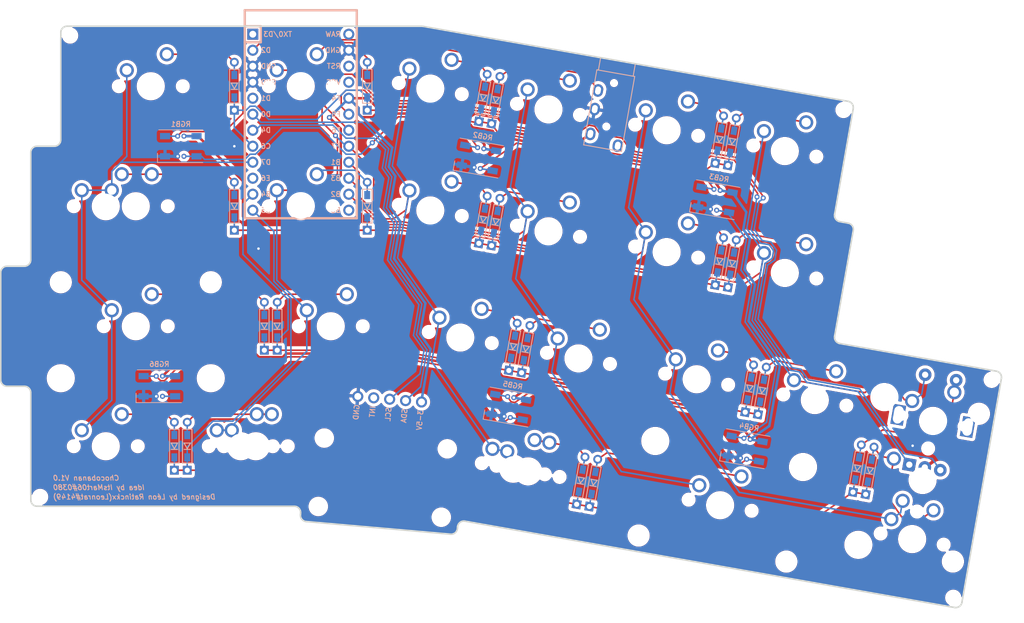
<source format=kicad_pcb>
(kicad_pcb (version 20221018) (generator pcbnew)
  (layers (0 "F.Cu" signal) (31 "B.Cu" signal) (34 "B.Paste" user) (35 "F.Paste" user) (36 "B.SilkS" user "B.Silkscreen") (37 "F.SilkS" user "F.Silkscreen") (38 "B.Mask" user) (39 "F.Mask" user) (44 "Edge.Cuts" user))
  (net 0 "")
  (net 1 "Net-(D1-A)")
  (net 2 "Net-(D2-A)")
  (net 3 "Net-(D3-A)")
  (net 4 "ROW2_L")
  (net 5 "Net-(D4-A)")
  (net 6 "Net-(D5-A)")
  (net 7 "Net-(D6-A)")
  (net 8 "Net-(D7-A)")
  (net 9 "Net-(D8-A)")
  (net 10 "Net-(D9-A)")
  (net 11 "Net-(D10-A)")
  (net 12 "Net-(D11-A)")
  (net 13 "Net-(D12-A)")
  (net 14 "Net-(D13-A)")
  (net 15 "Net-(D14-A)")
  (net 16 "Net-(D15-A)")
  (net 17 "Net-(D16-A)")
  (net 18 "Net-(D17-A)")
  (net 19 "Net-(D18-A)")
  (net 20 "Net-(D19-A)")
  (net 21 "Net-(D20-A)")
  (net 22 "Net-(D21-A)")
  (net 23 "Net-(D22-A)")
  (net 24 "RGB")
  (net 25 "Net-(D23-A)")
  (net 26 "Net-(RGB1-DOUT)")
  (net 27 "DATA")
  (net 28 "GND")
  (net 29 "VCC")
  (net 30 "ENC_A")
  (net 31 "Net-(RGB2-DOUT)")
  (net 32 "COL2")
  (net 33 "COL3")
  (net 34 "COL4")
  (net 35 "COL5")
  (net 36 "ENC_B")
  (net 37 "COL1")
  (net 38 "COL0")
  (net 39 "ROW0_L")
  (net 40 "ROW1_L")
  (net 41 "ROW3_L")
  (net 42 "SCL")
  (net 43 "Net-(RGB3-DOUT)")
  (net 44 "SDA")
  (net 45 "Net-(RGB4-DOUT)")
  (net 46 "Net-(RGB5-DOUT)")
  (net 47 "unconnected-(RGB6-DOUT-Pad2)")
  (net 51 "ENC_S_A")
  (footprint "kbd:D3_TH_SMD_only_back" (layer "F.Cu") (at 68.269079 62.616561 80)
    (fp_text reference "D12" hide)
    (fp_text value "D_Small" hide)
  )
  (footprint "MountingHole:MountingHole_2.1mm" (layer "F.Cu") (at -17.56783 65.19283)
    (fp_text reference "H2" hide)
    (fp_text value "MountingHole")
  )
  (footprint "kbd:D3_TH_SMD_only_back" (layer "F.Cu") (at 70.28498 62.972019 80)
    (fp_text reference "D16" hide)
    (fp_text value "D_Small" hide)
  )
  (footprint "MountingHole:MountingHole_2.1mm" (layer "F.Cu") (at 109.97082 3.771169)
    (fp_text reference "H3" hide)
    (fp_text value "MountingHole")
  )
  (footprint "MX_Only:MXOnly-1U-NoLED" (layer "F.Cu") (at 86.655468 46.514701 -10)
    (fp_text reference "MX19")
    (fp_text value "MX-NoLED")
  )
  (footprint "MX_Only:MXOnly-1.5U-NoLED" (layer "F.Cu") (at 0 0)
    (fp_text reference "MX1")
    (fp_text value "MX-NoLED")
  )
  (footprint "kbd:D3_TH_SMD_only_back" (layer "F.Cu") (at 92.281213 8.818917 80)
    (fp_text reference "D21" hide)
    (fp_text value "D_Small" hide)
  )
  (footprint "MX_Only:MXOnly-1U-NoLED" (layer "F.Cu") (at 44.371793 19.715071 -10)
    (fp_text reference "MX10")
    (fp_text value "MX-NoLED")
  )
  (footprint "MX_Only:MXOnly-2.25U-ReversedStabilizers-NoLED" (layer "F.Cu") (at 90.382691 66.515787 -10)
    (fp_text reference "MX16")
    (fp_text value "MX-NoLED")
  )
  (footprint "MX_Only:MXOnly-1U-NoLED" (layer "F.Cu") (at 59.896736 61.140291 -10)
    (fp_text reference "MX12.1")
    (fp_text value "MX-NoLED")
  )
  (footprint "MX_Only:MXOnly-1U-NoLED" (layer "F.Cu") (at 124.176644 53.130696 -10)
    (fp_text reference "MX24")
    (fp_text value "MX-NoLED")
  )
  (footprint "MX_Only:MXOnly-1U-NoLED" (layer "F.Cu") (at 49.134293 39.898705 -10)
    (fp_text reference "MX11")
    (fp_text value "MX-NoLED")
  )
  (footprint "MX_Only:MXOnly-1U-NoLED" (layer "F.Cu") (at 28.575 38.1)
    (fp_text reference "MX7")
    (fp_text value "MX-NoLED")
  )
  (footprint "kbd:D3_TH_SMD_only_back" (layer "F.Cu") (at 90.265311 8.463459 80)
    (fp_text reference "D17" hide)
    (fp_text value "D_Small" hide)
  )
  (footprint "kbd:D3_TH_SMD_only_back" (layer "F.Cu") (at 54.760037 21.546799 80)
    (fp_text reference "D14" hide)
    (fp_text value "D_Small" hide)
  )
  (footprint "MX_Only:MXOnly-1U-NoLED" (layer "F.Cu") (at 100.653556 10.295187 -10)
    (fp_text reference "MX21")
    (fp_text value "MX-NoLED")
  )
  (footprint "kbd:D3_TH_SMD_only_back" (layer "F.Cu") (at 97.043713 48.346428 80)
    (fp_text reference "D23" hide)
    (fp_text value "D_Small" hide)
  )
  (footprint "MX_Only:MXOnly-1U-NoLED" (layer "F.Cu") (at 63.13238 3.679192 -10)
    (fp_text reference "MX13")
    (fp_text value "MX-NoLED")
  )
  (footprint "kbd:D3_TH_SMD_only_back" (layer "F.Cu") (at 18.0265 38.1 90)
    (fp_text reference "D3" hide)
    (fp_text value "D_Small" hide)
  )
  (footprint "MX_Only:MXOnly-1U-NoLED" (layer "F.Cu") (at 67.89488 43.206703 -10)
    (fp_text reference "MX15")
    (fp_text value "MX-NoLED")
  )
  (footprint "kbd:D3_TH_SMD_only_back" (layer "F.Cu") (at 3.739 57.15 90)
    (fp_text reference "D4" hide)
    (fp_text value "D_Small" hide)
  )
  (footprint "MountingHole:MountingHole_2.1mm" (layer "F.Cu") (at 127.392664 81.208548)
    (fp_text reference "H5" hide)
    (fp_text value "MountingHole")
  )
  (footprint "MountingHole:MountingHole_2.1mm" (layer "F.Cu") (at -12.80533 -8.04283)
    (fp_text reference "H1" hide)
    (fp_text value "MountingHole")
  )
  (footprint "kbd:D3_TH_SMD_only_back" (layer "F.Cu") (at 34.361 0 90)
    (fp_text reference "D5" hide)
    (fp_text value "D_Small" hide)
  )
  (footprint "MountingHole:MountingHole_2.1mm" (layer "F.Cu") (at 133.493908 46.606678)
    (fp_text reference "H4" hide)
    (fp_text value "MountingHole")
  )
  (footprint "MX_Only:MXOnly-1U-NoLED" (layer "F.Cu") (at 120.868646 71.891284 -10)
    (fp_text reference "MX20")
    (fp_text value "MX-NoLED")
  )
  (footprint "kbd:D3_TH_SMD_only_back" (layer "F.Cu") (at 52.744136 21.191341 80)
    (fp_text reference "D10" hide)
    (fp_text value "D_Small" hide)
  )
  (footprint "MX_Only:MXOnly-1U-NoLED" (layer "F.Cu") (at 105.416056 49.822698 -10)
    (fp_text reference "MX23")
    (fp_text value "MX-NoLED")
  )
  (footprint "Custom_footprints_Léon:ArduinoProMicro_centered" (layer "F.Cu") (at 23.8125 4.445)
    (fp_text reference "U1" hide)
    (fp_text value "ProMicro" hide)
  )
  (footprint "MX_Only:MXOnly-1.25U-NoLED" (layer "F.Cu") (at 16.66875 57.15)
    (fp_text reference "MX8")
    (fp_text value "MX-NoLED")
  )
  (footprint "kbd:D3_TH_SMD_only_back" (layer "F.Cu") (at 20.0735 38.1 90)
    (fp_text reference "D7" hide)
    (fp_text value "D_Small" hide)
  )
  (footprint "MX_Only:MXOnly-1.75U-NoLED" (layer "F.Cu") (at -2.38125 19.05)
    (fp_text reference "MX2")
    (fp_text value "MX-NoLED")
  )
  (footprint "kbd:D3_TH_SMD_only_back" (layer "F.Cu") (at 59.522537 41.730433 80)
    (fp_text reference "D15" hide)
    (fp_text value "D_Small" hide)
  )
  (footprint "kbd:D3_TH_SMD_only_back" (layer "F.Cu") (at 112.1344 60.679262 80)
    (fp_text reference "D24" hide)
    (fp_text value "D_Small" hide)
  )
  (footprint "MX_Only:MXOnly-2.25U-NoLED" (layer "F.Cu") (at -2.38125 38.1)
    (fp_text reference "MX3")
    (fp_text value "MX-NoLED")
  )
  (footprint "MX_Only:MXOnly-1.25U-NoLED" (layer "F.Cu") (at -7.14375 19.05)
    (fp_text reference "MX2.1")
    (fp_text value "MX-NoLED")
  )
  (footprint "kbd:D3_TH_SMD_only_back" (layer "F.Cu") (at 34.361 19.05 90)
    (fp_text reference "D6" hide)
    (fp_text value "D_Small" hide)
  )
  (footprint "MX_Only:MXOnly-2U-ReversedStabilizers-NoLED" (layer "F.Cu") (at 122.522645 62.51099 80)
    (fp_text reference "MX20.1")
    (fp_text value "MX-NoLED")
  )
  (footprint "kbd:D3_TH_SMD_only_back" (layer "F.Cu") (at 92.281213 28.162794 80)
    (fp_text reference "D22" hide)
    (fp_text value "D_Small" hide)
  )
  (footprint "MX_Only:MXOnly-1U-NoLED" (layer "F.Cu") (at 23.8125 0)
    (fp_text reference "MX5")
    (fp_text value "MX-NoLED")
  )
  (footprint "MX_Only:MXOnly-1.25U-NoLED" (layer "F.Cu") (at -7.14375 57.15)
    (fp_text reference "MX4")
    (fp_text value "MX-NoLED")
  )
  (footprint "MX_Only:MXOnly-1U-NoLED" (layer "F.Cu") (at 81.892968 6.987189 -10)
    (fp_text reference "MX17")
    (fp_text value "MX-NoLED")
  )
  (footprint "MX_Only:MXOnly-1U-NoLED" (layer "F.Cu") (at 44.371793 0.371194 -10)
    (fp_text reference "MX9")
    (fp_text value "MX-NoLED")
  )
  (footprint "MX_Only:MXOnly-1U-NoLED" (layer "F.Cu") (at 63.13238 23.023069 -10)
    (fp_text reference "MX14")
    (fp_text value "MX-NoLED")
  )
  (footprint "kbd:D3_TH_SMD_only_back" (layer "F.Cu") (at 57.506636 41.374975 80)
    (fp_text reference "D11" hide)
    (fp_text value "D_Small" hide)
  )
  (footprint "MX_Only:MXOnly-1U-NoLED" (layer "F.Cu") (at 100.653556 29.639064 -10)
    (fp_text reference "MX22")
    (fp_text value "MX-NoLED")
  )
  (footprint "kbd:D3_TH_SMD_only_back" (layer "F.Cu") (at 90.265311 27.807336 80)
    (fp_text reference "D18" hide)
    (fp_text value "D_Small" hide)
  )
  (footprint "Custom_footprints_Léon:RotaryEncoder_EC11_Switch" (layer "F.Cu") (at 124.176644 53.130696 80)
    (fp_text reference "SW1" hide)
    (fp_text value "RotaryEncoder_Switch")
  )
  (footprint "MX_Only:MXOnly-1U-NoLED" (layer "F.Cu") (at 14.2875 57.15)
    (fp_text reference "MX8.1")
    (fp_text value "MX-NoLED")
  )
  (footprint "kbd:D3_TH_SMD_only_back" (layer "F.Cu") (at 52.744136 1.847464 80)
    (fp_text reference "D9" hide)
    (fp_text value "D_Small" hide)
  )
  (footprint "kbd:D3_TH_SMD_only_back" (layer "F.Cu") (at 5.786 57.15 90)
    (fp_text reference "D8" hide)
    (fp_text value "D_Small" hide)
  )
  (footprint "MX_Only:MXOnly-1U-NoLED" (layer "F.Cu") (at 23.8125 19.05)
    (fp_text reference "MX6")
    (fp_text value "MX-NoLED")
  )
  (footprint "kbd:D3_TH_SMD_only_back" (layer "F.Cu") (at 13.264 19.05 90)
    (fp_text reference "D2" hide)
    (fp_text value "D_Small" hide)
  )
  (footprint "kbd:D3_TH_SMD_only_back" (layer "F.Cu") (at 114.150302 61.03472 80)
    (fp_text reference "D20" hide)
    (fp_text value "D_Small" hide)
  )
  (footprint "kbd:D3_TH_SMD_only_back" (layer "F.Cu") (at 54.760037 2.202922 80)
    (fp_text reference "D13" hide)
    (fp_text value "D_Small" hide)
  )
  (footprint "MX_Only:MXOnly-1U-NoLED" (layer "F.Cu") (at 81.892968 26.331066 -10)
    (fp_text reference "MX18")
    (fp_text value "MX-NoLED")
  )
  (footprint "kbd:D3_TH_SMD_only_back" (layer "F.Cu") (at 13.264 0 90)
    (fp_text reference "D1" hide)
    (fp_text value "D_Small" hide)
  )
  (footprint "MX_Only:MXOnly-1.25U-NoLED" (layer "F.Cu") (at 57.551662 60.726791 -10)
    (fp_text reference "MX12")
    (fp_text value "MX-NoLED")
  )
  (footprint "Custom_footprints_Léon:Pimoroni_trackpoint" (layer "F.Cu") (at 36.830256 62.138238 175)
    (fp_text reference "U3" hide)
    (fp_text value "Pimoroni_trackpoint")
  )
  (footprint "kbd:D3_TH_SMD_only_back" (layer "F.Cu") (at 95.027811 47.990971 80)
    (fp_text reference "D19" hide)
    (fp_text value "D_Small" hide)
  )
  (footprint "kbd:LED_WS2812B-PLCC4" (layer "B.Cu") (at 1.361625 47.625 180)
    (fp_text reference "RGB6")
    (fp_text value "WS2812B")
  )
  (footprint "kbd:LED_WS2812B-PLCC4" (layer "B.Cu") (at 56.860588 50.932998 170)
    (fp_text reference "RGB5")
    (fp_text value "WS2812B")
  )
  (footprint "keebio-parts:TRRS-PJ-320A" (layer "B.Cu") (at 72.942454 2.895791 170)
    (fp_text reference "U2")
    (fp_text value "TRRS")
  )
  (footprint "kbd:LED_WS2812B-PLCC4" (layer "B.Cu") (at 89.619263 18.021482 170)
    (fp_text reference "RGB3")
    (fp_text value "WS2812B")
  )
  (footprint "kbd:LED_WS2812B-PLCC4" (layer "B.Cu") (at 4.7625 9.525 180)
    (fp_text reference "RGB1")
    (fp_text value "WS2812B")
  )
  (footprint "kbd:LED_WS2812B-PLCC4" (layer "B.Cu") (at 94.381763 57.548993 170)
    (fp_text reference "RGB4")
    (fp_text value "WS2812B")
  )
  (footprint "kbd:LED_WS2812B-PLCC4" (layer "B.Cu") (at 52.098088 11.405487 170)
    (fp_text reference "RGB2")
    (fp_text value "WS2812B")
  )
  (gr_line (start 135.037288 46.389209) (end 128.768589 81.940769) (stroke (width 0.25)) (layer "Edge.Cuts"))
  (gr_line (start -14.2875 8.525) (end -14.2875 -8.525) (stroke (width 0.25)) (layer "Edge.Cuts"))
  (gr_line (start -13.2875 -9.525) (end 43.012488 -9.525) (stroke (width 0.25)) (layer "Edge.Cuts"))
  (gr_arc (start -23.8125 29.575) (mid -23.519607 28.867893) (end -22.8125 28.575) (stroke (width 0.25)) (layer "Edge.Cuts"))
  (gr_arc (start 134.226129 45.230753) (mid 134.871664 45.641978) (end 135.037288 46.389209) (stroke (width 0.25)) (layer "Edge.Cuts"))
  (gr_line (start -22.8125 28.575) (end -20.05 28.575) (stroke (width 0.25)) (layer "Edge.Cuts"))
  (gr_line (start -20.05 47.625) (end -22.8125 47.625) (stroke (width 0.25)) (layer "Edge.Cuts"))
  (gr_line (start -19.05 65.675) (end -19.05 48.625) (stroke (width 0.25)) (layer "Edge.Cuts"))
  (gr_arc (start 110.703041 21.739121) (mid 111.348536 22.150352) (end 111.5142 22.897577) (stroke (width 0.25)) (layer "Edge.Cuts"))
  (gr_arc (start 22.794284 66.675) (mid 23.531572 66.999404) (end 23.790479 67.762156) (stroke (width 0.25)) (layer "Edge.Cuts"))
  (gr_arc (start 24.676771 69.105505) (mid 23.997861 68.752106) (end 23.767732 68.022154) (stroke (width 0.25)) (layer "Edge.Cuts"))
  (gr_arc (start 43.012488 -9.525) (mid 43.099644 -9.521196) (end 43.186137 -9.509808) (stroke (width 0.25)) (layer "Edge.Cuts"))
  (gr_line (start 22.794284 66.675) (end -18.05 66.675) (stroke (width 0.25)) (layer "Edge.Cuts"))
  (gr_arc (start 128.768589 81.940769) (mid 128.357352 82.586251) (end 127.610133 82.751928) (stroke (width 0.25)) (layer "Edge.Cuts"))
  (gr_arc (start 48.6726 70.201048) (mid 48.319195 70.879944) (end 47.589249 71.110087) (stroke (width 0.25)) (layer "Edge.Cuts"))
  (gr_line (start -19.05 27.575) (end -19.05 10.525) (stroke (width 0.25)) (layer "Edge.Cuts"))
  (gr_arc (start 110.703041 2.395244) (mid 111.348572 2.806472) (end 111.5142 3.5537) (stroke (width 0.25)) (layer "Edge.Cuts"))
  (gr_arc (start 109.364659 21.503128) (mid 108.719141 21.091899) (end 108.553499 20.344672) (stroke (width 0.25)) (layer "Edge.Cuts"))
  (gr_line (start 24.676771 69.105505) (end 47.589249 71.110087) (stroke (width 0.25)) (layer "Edge.Cuts"))
  (gr_line (start 111.5142 3.5537) (end 108.553499 20.344672) (stroke (width 0.25)) (layer "Edge.Cuts"))
  (gr_arc (start -14.2875 8.525) (mid -14.580393 9.232107) (end -15.2875 9.525) (stroke (width 0.25)) (layer "Edge.Cuts"))
  (gr_line (start 109.364659 40.847005) (end 134.226129 45.230753) (stroke (width 0.25)) (layer "Edge.Cuts"))
  (gr_arc (start 109.364659 40.847005) (mid 108.719152 40.435775) (end 108.553499 39.688549) (stroke (width 0.25)) (layer "Edge.Cuts"))
  (gr_line (start 127.610133 82.751928) (end 49.86519 69.043397) (stroke (width 0.25)) (layer "Edge.Cuts"))
  (gr_arc (start -19.05 10.525) (mid -18.757107 9.817893) (end -18.05 9.525) (stroke (width 0.25)) (layer "Edge.Cuts"))
  (gr_line (start -23.8125 46.625) (end -23.8125 29.575) (stroke (width 0.25)) (layer "Edge.Cuts"))
  (gr_arc (start -20.05 47.625) (mid -19.342893 47.917893) (end -19.05 48.625) (stroke (width 0.25)) (layer "Edge.Cuts"))
  (gr_line (start -18.05 9.525) (end -15.2875 9.525) (stroke (width 0.25)) (layer "Edge.Cuts"))
  (gr_arc (start -22.8125 47.625) (mid -23.519607 47.332107) (end -23.8125 46.625) (stroke (width 0.25)) (layer "Edge.Cuts"))
  (gr_line (start 23.790479 67.762156) (end 23.767732 68.022154) (stroke (width 0.25)) (layer "Edge.Cuts"))
  (gr_line (start 48.695347 69.941049) (end 48.6726 70.201048) (stroke (width 0.25)) (layer "Edge.Cuts"))
  (gr_arc (start -14.2875 -8.525) (mid -13.994607 -9.232107) (end -13.2875 -9.525) (stroke (width 0.25)) (layer "Edge.Cuts"))
  (gr_arc (start -18.05 66.675) (mid -18.757107 66.382107) (end -19.05 65.675) (stroke (width 0.25)) (layer "Edge.Cuts"))
  (gr_line (start 43.186137 -9.509808) (end 110.703041 2.395244) (stroke (width 0.25)) (layer "Edge.Cuts"))
  (gr_line (start 109.364659 21.503128) (end 110.703041 21.739121) (stroke (width 0.25)) (layer "Edge.Cuts"))
  (gr_arc (start 48.695347 69.941049) (mid 49.08278 69.234867) (end 49.86519 69.043397) (stroke (width 0.25)) (layer "Edge.Cuts"))
  (gr_line (start 111.5142 22.897577) (end 108.553499 39.688549) (stroke (width 0.25)) (layer "Edge.Cuts"))
  (gr_arc (start -19.05 27.575) (mid -19.342893 28.282107) (end -20.05 28.575) (stroke (width 0.25)) (layer "Edge.Cuts"))
  (gr_text "Designed by Léon Ratinckx(Leonrat#4149)" (at -15.56783 65.19283) (layer "B.SilkS") (effects (font (size 0.8 0.8) (thickness 0.15) italic) (justify right mirror)))
  (gr_text "Idea by ItsMart06#0380" (at -15.56783 63.69283) (layer "B.SilkS") (effects (font (size 0.8 0.8) (thickness 0.15) italic) (justify right mirror)))
  (gr_text "Chocobanan V1.0" (at -15.56783 62.19283) (layer "B.SilkS") (effects (font (size 0.8 0.8) (thickness 0.15) italic) (justify right mirror)))
  (segment (start 2.54 -5.08) (end 11.994 -5.08) (width 0.25) (layer "F.Cu") (net 1))
  (segment (start 11.994 -5.08) (end 13.264 -3.81) (width 0.25) (layer "F.Cu") (net 1))
  (segment (start 13.264 -1.775) (end 13.264 -3.81) (width 0.25) (layer "B.Cu") (net 1))
  (segment (start 0.15875 13.97) (end 11.994 13.97) (width 0.25) (layer "F.Cu") (net 2))
  (segment (start 11.994 13.97) (end 13.264 15.24) (width 0.25) (layer "F.Cu") (net 2))
  (segment (start -4.60375 13.97) (end 0.15875 13.97) (width 0.25) (layer "F.Cu") (net 2))
  (segment (start 13.264 17.275) (end 13.264 15.24) (width 0.25) (layer "B.Cu") (net 2))
  (segment (start 16.7565 33.02) (end 18.0265 34.29) (width 0.25) (layer "F.Cu") (net 3))
  (segment (start 0.15875 33.02) (end 16.7565 33.02) (width 0.25) (layer "F.Cu") (net 3))
  (segment (start 18.0265 36.325) (end 18.0265 34.29) (width 0.25) (layer "B.Cu") (net 3))
  (segment (start 56.845036 45.127093) (end 38.645231 41.91) (width 0.25) (layer "F.Cu") (net 4))
  (segment (start 20.0735 41.91) (end 18.0265 41.91) (width 0.25) (layer "F.Cu") (net 4))
  (segment (start 94.366211 51.743089) (end 58.860937 45.482551) (width 0.25) (layer "F.Cu") (net 4))
  (segment (start 20.0735 41.91) (end 38.645231 41.91) (width 0.25) (layer "F.Cu") (net 4))
  (segment (start 94.366211 51.743089) (end 96.382113 52.098546) (width 0.25) (layer "F.Cu") (net 4))
  (segment (start 56.845036 45.127093) (end 58.860937 45.482551) (width 0.25) (layer "F.Cu") (net 4))
  (segment (start 21.795 33.862792) (end 14.63935 26.707142) (width 0.25) (layer "B.Cu") (net 4))
  (segment (start 14.63935 26.707142) (end 14.63935 18.69815) (width 0.25) (layer "B.Cu") (net 4))
  (segment (start 94.366211 51.743089) (end 94.719585 49.739005) (width 0.25) (layer "B.Cu") (net 4))
  (segment (start 58.860937 45.482551) (end 59.214311 43.478467) (width 0.25) (layer "B.Cu") (net 4))
  (segment (start 20.0735 40.339267) (end 21.795 38.617767) (width 0.25) (layer "B.Cu") (net 4))
  (segment (start 96.382113 52.098546) (end 96.735487 50.094462) (width 0.25) (layer "B.Cu") (net 4))
  (segment (start 21.795 38.617767) (end 21.795 33.862792) (width 0.25) (layer "B.Cu") (net 4))
  (segment (start 56.845036 45.127093) (end 57.19841 43.123009) (width 0.25) (layer "B.Cu") (net 4))
  (segment (start 18.0265 39.875) (end 18.0265 41.91) (width 0.25) (layer "B.Cu") (net 4))
  (segment (start 20.0735 41.91) (end 20.0735 40.339267) (width 0.25) (layer "B.Cu") (net 4))
  (segment (start 14.63935 18.69815) (end 16.1925 17.145) (width 0.25) (layer "B.Cu") (net 4))
  (segment (start 20.0735 39.875) (end 20.0735 41.91) (width 0.25) (layer "B.Cu") (net 4))
  (segment (start -4.60375 52.07) (end 2.469 52.07) (width 0.25) (layer "F.Cu") (net 5))
  (segment (start 2.469 52.07) (end 3.739 53.34) (width 0.25) (layer "F.Cu") (net 5))
  (segment (start 3.739 53.34) (end 3.739 55.375) (width 0.25) (layer "B.Cu") (net 5))
  (segment (start 34.361 -3.81) (end 34.361 -4.485395) (width 0.25) (layer "F.Cu") (net 6))
  (segment (start 28.1888 -6.9163) (end 26.3525 -5.08) (width 0.25) (layer "F.Cu") (net 6))
  (segment (start 31.930095 -6.9163) (end 28.1888 -6.9163) (width 0.25) (layer "F.Cu") (net 6))
  (segment (start 34.361 -4.485395) (end 31.930095 -6.9163) (width 0.25) (layer "F.Cu") (net 6))
  (segment (start 34.361 -1.775) (end 34.361 -3.81) (width 0.25) (layer "B.Cu") (net 6))
  (segment (start 26.9875 13.335) (end 26.3525 13.97) (width 0.25) (layer "B.Cu") (net 7))
  (segment (start 34.361 17.275) (end 34.361 15.24) (width 0.25) (layer "B.Cu") (net 7))
  (segment (start 34.361 15.24) (end 32.456 13.335) (width 0.25) (layer "B.Cu") (net 7))
  (segment (start 32.456 13.335) (end 26.9875 13.335) (width 0.25) (layer "B.Cu") (net 7))
  (segment (start 31.115 33.02) (end 21.3435 33.02) (width 0.25) (layer "F.Cu") (net 8))
  (segment (start 21.3435 33.02) (end 20.0735 34.29) (width 0.25) (layer "F.Cu") (net 8))
  (segment (start 20.0735 36.325) (end 20.0735 34.29) (width 0.25) (layer "B.Cu") (net 8))
  (segment (start 19.20875 52.07) (end 7.056 52.07) (width 0.25) (layer "F.Cu") (net 9))
  (segment (start 7.056 52.07) (end 5.786 53.34) (width 0.25) (layer "F.Cu") (net 9))
  (segment (start 5.786 55.375) (end 5.786 53.34) (width 0.25) (layer "B.Cu") (net 9))
  (segment (start 47.755337 -4.190563) (end 52.375563 -3.375893) (width 0.25) (layer "F.Cu") (net 10))
  (segment (start 53.405736 -1.904654) (end 52.375563 -3.375893) (width 0.25) (layer "F.Cu") (net 10))
  (segment (start 53.052362 0.09943) (end 53.405736 -1.904654) (width 0.25) (layer "B.Cu") (net 10))
  (segment (start 53.405736 17.439223) (end 52.375563 15.967984) (width 0.25) (layer "F.Cu") (net 11))
  (segment (start 47.755337 15.153314) (end 52.375563 15.967984) (width 0.25) (layer "F.Cu") (net 11))
  (segment (start 53.405736 17.439223) (end 53.052362 19.443307) (width 0.25) (layer "B.Cu") (net 11))
  (segment (start 58.168236 37.622857) (end 57.138063 36.151618) (width 0.25) (layer "F.Cu") (net 12))
  (segment (start 52.517837 35.336948) (end 57.138063 36.151618) (width 0.25) (layer "F.Cu") (net 12))
  (segment (start 57.814862 39.626941) (end 58.168236 37.622857) (width 0.25) (layer "B.Cu") (net 12))
  (segment (start 60.935206 56.165034) (end 67.89269 57.382043) (width 0.25) (layer "F.Cu") (net 13))
  (segment (start 68.930679 58.864443) (end 67.89269 57.382043) (width 0.25) (layer "F.Cu") (net 13))
  (segment (start 68.930679 58.864443) (end 68.577305 60.868527) (width 0.25) (layer "B.Cu") (net 13))
  (segment (start 55.421637 -1.549196) (end 56.892876 -2.579369) (width 0.25) (layer "F.Cu") (net 14))
  (segment (start 66.515924 -0.882565) (end 56.892876 -2.579369) (width 0.25) (layer "F.Cu") (net 14))
  (segment (start 55.068263 0.454888) (end 55.421637 -1.549196) (width 0.25) (layer "B.Cu") (net 14))
  (segment (start 66.515924 18.461312) (end 56.892876 16.764508) (width 0.25) (layer "F.Cu") (net 15))
  (segment (start 55.421637 17.794681) (end 56.892876 16.764508) (width 0.25) (layer "F.Cu") (net 15))
  (segment (start 55.421637 17.794681) (end 55.068263 19.798765) (width 0.25) (layer "B.Cu") (net 15))
  (segment (start 71.278424 38.644946) (end 61.655376 36.948143) (width 0.25) (layer "F.Cu") (net 16))
  (segment (start 60.184137 37.978315) (end 61.655376 36.948143) (width 0.25) (layer "F.Cu") (net 16))
  (segment (start 59.830763 39.982399) (end 60.184137 37.978315) (width 0.25) (layer "B.Cu") (net 16))
  (segment (start 93.766235 61.95403) (end 72.417819 58.189729) (width 0.25) (layer "F.Cu") (net 17))
  (segment (start 70.94658 59.219901) (end 72.417819 58.189729) (width 0.25) (layer "F.Cu") (net 17))
  (segment (start 70.94658 59.219901) (end 70.593206 61.223985) (width 0.25) (layer "B.Cu") (net 17))
  (segment (start 85.276512 2.425432) (end 89.896738 3.240103) (width 0.25) (layer "F.Cu") (net 18))
  (segment (start 90.926911 4.711341) (end 89.896738 3.240103) (width 0.25) (layer "F.Cu") (net 18))
  (segment (start 90.573537 6.715425) (end 90.926911 4.711341) (width 0.25) (layer "B.Cu") (net 18))
  (segment (start 90.926911 24.055218) (end 89.896738 22.58398) (width 0.25) (layer "F.Cu") (net 19))
  (segment (start 85.276512 21.769309) (end 89.896738 22.58398) (width 0.25) (layer "F.Cu") (net 19))
  (segment (start 90.573537 26.059302) (end 90.926911 24.055218) (width 0.25) (layer "B.Cu") (net 19))
  (segment (start 95.689411 44.238853) (end 94.659238 42.767614) (width 0.25) (layer "F.Cu") (net 20))
  (segment (start 90.039012 41.952944) (end 94.659238 42.767614) (width 0.25) (layer "F.Cu") (net 20))
  (segment (start 95.336037 46.242937) (end 95.689411 44.238853) (width 0.25) (layer "B.Cu") (net 20))
  (segment (start 116.909437 65.09052) (end 119.192799 68.351499) (width 0.25) (layer "F.Cu") (net 21))
  (segment (start 119.192799 68.351499) (end 122.068501 68.858562) (width 0.25) (layer "F.Cu") (net 21))
  (segment (start 114.811902 57.282602) (end 115.842074 58.753842) (width 0.25) (layer "F.Cu") (net 21))
  (segment (start 117.960888 59.127446) (end 116.909437 65.09052) (width 0.25) (layer "F.Cu") (net 21))
  (segment (start 117.960888 59.127446) (end 115.842074 58.753842) (width 0.25) (layer "F.Cu") (net 21))
  (segment (start 124.25219 67.329527) (end 122.068501 68.858562) (width 0.25) (layer "F.Cu") (net 21))
  (segment (start 114.458528 59.286686) (end 114.811902 57.282602) (width 0.25) (layer "B.Cu") (net 21))
  (segment (start 104.0371 5.73343) (end 94.414051 4.036627) (width 0.25) (layer "F.Cu") (net 22))
  (segment (start 92.942813 5.066799) (end 94.414051 4.036627) (width 0.25) (layer "F.Cu") (net 22))
  (segment (start 92.589439 7.070883) (end 92.942813 5.066799) (width 0.25) (layer "B.Cu") (net 22))
  (segment (start 92.942813 24.410676) (end 94.414051 23.380504) (width 0.25) (layer "F.Cu") (net 23))
  (segment (start 104.0371 25.077307) (end 94.414051 23.380504) (width 0.25) (layer "F.Cu") (net 23))
  (segment (start 92.589439 26.41476) (end 92.942813 24.410676) (width 0.25) (layer "B.Cu") (net 23))
  (segment (start 11.730619 7.2) (end 14.63935 4.291269) (width 0.25) (layer "F.Cu") (net 24))
  (segment (start 14.63935 4.291269) (end 14.63935 -1.62185) (width 0.25) (layer "F.Cu") (net 24))
  (segment (start 4.962195 7.2) (end 11.730619 7.2) (width 0.25) (layer "F.Cu") (net 24))
  (segment (start 14.63935 -1.62185) (end 16.1925 -3.175) (width 0.25) (layer "F.Cu") (net 24))
  (segment (start 4.2625 7.925) (end 4.2625 7.899695) (width 0.25) (layer "F.Cu") (net 24))
  (segment (start 4.2625 7.899695) (end 4.962195 7.2) (width 0.25) (layer "F.Cu") (net 24))
  (via (at 4.2625 7.925) (size 0.8) (drill 0.4) (layers "F.Cu" "B.Cu") (net 24))
  (segment (start 2.2625 7.925) (end 4.2625 7.925) (width 0.25) (layer "B.Cu") (net 24))
  (segment (start 97.705313 44.59431) (end 99.176551 43.564138) (width 0.25) (layer "F.Cu") (net 25))
  (segment (start 108.7996 45.260941) (end 99.176551 43.564138) (width 0.25) (layer "F.Cu") (net 25))
  (segment (start 97.351939 46.598394) (end 97.705313 44.59431) (width 0.25) (layer "B.Cu") (net 25))
  (segment (start 51.883521 9.74297) (end 49.583884 6.458748) (width 0.25) (layer "F.Cu") (net 26))
  (segment (start 40.516935 4.86) (end 49.583884 6.458748) (width 0.25) (layer "F.Cu") (net 26))
  (segment (start 35.164152 8.98) (end 39.284152 4.86) (width 0.25) (layer "F.Cu") (net 26))
  (segment (start 39.284152 4.86) (end 40.516935 4.86) (width 0.25) (layer "F.Cu") (net 26))
  (via (at 35.164152 8.98) (size 0.8) (drill 0.4) (layers "F.Cu" "B.Cu") (net 26))
  (via (at 5.2625 11.125) (size 0.8) (drill 0.4) (layers "F.Cu" "B.Cu") (net 26))
  (via (at 51.883521 9.74297) (size 0.8) (drill 0.4) (layers "F.Cu" "B.Cu") (net 26))
  (segment (start 31.003605 10.795) (end 26.823605 6.615) (width 0.25) (layer "B.Cu") (net 26))
  (segment (start 31.003605 10.795) (end 33.349152 10.795) (width 0.25) (layer "B.Cu") (net 26))
  (segment (start 14.943605 11.615) (end 15.763605 10.795) (width 0.25) (layer "B.Cu") (net 26))
  (segment (start 49.913906 9.395674) (end 51.883521 9.74297) (width 0.25) (layer "B.Cu") (net 26))
  (segment (start 7.2625 11.125) (end 8.06 11.125) (width 0.25) (layer "B.Cu") (net 26))
  (segment (start 8.06 11.125) (end 8.55 11.615) (width 0.25) (layer "B.Cu") (net 26))
  (segment (start 16.621395 10.795) (end 20.801395 6.615) (width 0.25) (layer "B.Cu") (net 26))
  (segment (start 8.55 11.615) (end 14.943605 11.615) (width 0.25) (layer "B.Cu") (net 26))
  (segment (start 15.763605 10.795) (end 16.621395 10.795) (width 0.25) (layer "B.Cu") (net 26))
  (segment (start 33.349152 10.795) (end 35.164152 8.98) (width 0.25) (layer "B.Cu") (net 26))
  (segment (start 26.823605 6.615) (end 20.801395 6.615) (width 0.25) (layer "B.Cu") (net 26))
  (segment (start 7.2625 11.125) (end 5.2625 11.125) (width 0.25) (layer "B.Cu") (net 26))
  (segment (start 17.8438 -7.3663) (end 38.095056 -7.3663) (width 0.25) (layer "F.Cu") (net 27))
  (segment (start 38.095056 -7.3663) (end 69.210038 -1.879889) (width 0.25) (layer "F.Cu") (net 27))
  (segment (start 16.1925 -5.715) (end 17.8438 -7.3663) (width 0.25) (layer "F.Cu") (net 27))
  (segment (start 70.998645 0.674506) (end 69.210038 -1.879889) (width 0.25) (layer "F.Cu") (net 27))
  (via (at 13.264 9.525) (size 0.8) (drill 0.4) (layers "F.Cu" "B.Cu") (net 28))
  (via (at 4.2625 11.125) (size 0.8) (drill 0.4) (layers "F.Cu" "B.Cu") (net 28))
  (via (at 0.861625 49.225) (size 0.8) (drill 0.4) (layers "F.Cu" "B.Cu") (net 28))
  (via (at 120.942758 57.074046) (size 0.8) (drill 0.4) (layers "F.Cu" "B.Cu") (net 28))
  (via (at 88.849022 19.510351) (size 0.8) (drill 0.4) (layers "F.Cu" "B.Cu") (net 28))
  (via (at 56.090347 52.421866) (size 0.8) (drill 0.4) (layers "F.Cu" "B.Cu") (net 28))
  (via (at 51.327847 12.894355) (size 0.8) (drill 0.4) (layers "F.Cu" "B.Cu") (net 28))
  (via (at 17.095925 25.780796) (size 0.8) (drill 0.4) (layers "F.Cu" "B.Cu") (net 28))
  (via (at 93.611522 59.037861) (size 0.8) (drill 0.4) (layers "F.Cu" "B.Cu") (net 28))
  (segment (start 86.879407 19.163054) (end 88.849022 19.510351) (width 0.4) (layer "B.Cu") (net 28))
  (segment (start 49.358232 12.547059) (end 51.327847 12.894355) (width 0.4) (layer "B.Cu") (net 28))
  (segment (start -1.138375 49.225) (end 0.861625 49.225) (width 0.4) (layer "B.Cu") (net 28))
  (segment (start 54.120732 52.07457) (end 56.090347 52.421866) (width 0.4) (layer "B.Cu") (net 28))
  (segment (start 91.641907 58.690565) (end 93.611522 59.037861) (width 0.4) (layer "B.Cu") (net 28))
  (segment (start 4.2625 11.125) (end 2.2625 11.125) (width 0.4) (layer "B.Cu") (net 28))
  (segment (start 51.422232 4.367706) (end 55.140247 5.023292) (width 0.4) (layer "F.Cu") (net 29))
  (segment (start 90.389504 16.532614) (end 90.412316 16.403239) (width 0.4) (layer "F.Cu") (net 29))
  (segment (start 59.521242 46.714426) (end 60.185616 46.249226) (width 0.4) (layer "F.Cu") (net 29))
  (segment (start 17.162315 43.0085) (end 20.937685 43.0085) (width 0.4) (layer "F.Cu") (net 29))
  (segment (start 54.839509 7.928709) (end 88.653211 13.890977) (width 0.4) (layer "F.Cu") (net 29))
  (segment (start 30.1562 14.110464) (end 30.1562 6.76936) (width 0.4) (layer "F.Cu") (net 29))
  (segment (start 20.937685 43.0085) (end 21.511185 42.435) (width 0.4) (layer "F.Cu") (net 29))
  (segment (start 35.798685 4.335) (end 35.225185 4.9085) (width 0.4) (layer "F.Cu") (net 29))
  (segment (start 92.369316 51.92408) (end 95.174816 55.93075) (width 0.4) (layer "F.Cu") (net 29))
  (segment (start 51.040727 6.531329) (end 50.762094 6.133399) (width 0.4) (layer "F.Cu") (net 29))
  (segment (start 40.562867 4.335) (end 35.798685 4.335) (width 0.4) (layer "F.Cu") (net 29))
  (segment (start 50.491413 5.019473) (end 51.422232 4.367706) (width 0.4) (layer "F.Cu") (net 29))
  (segment (start 33.496815 4.9085) (end 32.98565 4.397335) (width 0.4) (layer "F.Cu") (net 29))
  (segment (start 14.63935 15.061836) (end 7.502514 7.925) (width 0.4) (layer "F.Cu") (net 29))
  (segment (start 69.783108 7.56816) (end 67.582042 9.109363) (width 0.4) (layer "F.Cu") (net 29))
  (segment (start 35.798685 3.285) (end 34.418685 1.905) (width 0.4) (layer "F.Cu") (net 29))
  (segment (start 55.338027 45.394465) (end 55.803227 46.05884) (width 0.4) (layer "F.Cu") (net 29))
  (segment (start 55.140247 5.023292) (end 56.651842 7.182074) (width 0.4) (layer "F.Cu") (net 29))
  (segment (start 40.65473 3.285) (end 35.798685 3.285) (width 0.4) (layer "F.Cu") (net 29))
  (segment (start 52.977521 9.297357) (end 50.762094 6.133399) (width 0.4) (layer "F.Cu") (net 29))
  (segment (start 54.258314 7.098676) (end 51.040727 6.531329) (width 0.4) (layer "F.Cu") (net 29))
  (segment (start 21.511185 42.435) (end 38.554066 42.435) (width 0.4) (layer "F.Cu") (net 29))
  (segment (start 16.588815 42.435) (end 5.451625 42.435) (width 0.4) (layer "F.Cu") (net 29))
  (segment (start 55.803227 46.05884) (end 59.521242 46.714426) (width 0.4) (layer "F.Cu") (net 29))
  (segment (start 40.65473 3.285) (end 50.491413 5.019473) (width 0.4) (layer "F.Cu") (net 29))
  (segment (start 30.1562 6.76936) (end 28.35184 4.965) (width 0.4) (layer "F.Cu") (net 29))
  (segment (start 7.502514 7.925) (end 5.2625 7.925) (width 0.4) (layer "F.Cu") (net 29))
  (segment (start 26.9975 19.563168) (end 26.9975 17.269164) (width 0.4) (layer "F.Cu") (net 29))
  (segment (start 32.98565 4.397335) (end 32.98565 3.45815) (width 0.4) (layer "F.Cu") (net 29))
  (segment (start 90.412316 16.403239) (end 88.653211 13.890977) (width 0.4) (layer "F.Cu") (net 29))
  (segment (start 14.63935 20.67185) (end 14.63935 15.061836) (width 0.4) (layer "F.Cu") (net 29))
  (segment (start 52.868329 9.916618) (end 52.977521 9.297357) (width 0.4) (layer "F.Cu") (net 29))
  (segment (start 56.651842 7.182074) (end 67.582042 9.109363) (width 0.4) (layer "F.Cu") (net 29))
  (segment (start 60.185616 46.249226) (end 92.369316 51.92408) (width 0.4) (layer "F.Cu") (net 29))
  (segment (start 95.174816 55.93075) (end 95.152003 56.060125) (width 0.4) (layer "F.Cu") (net 29))
  (segment (start 32.98565 3.45815) (end 31.4325 1.905) (width 0.4) (layer "F.Cu") (net 29))
  (segment (start 50.762094 6.133399) (end 40.562867 4.335) (width 0.4) (layer "F.Cu") (net 29))
  (segment (start 17.162315 43.0085) (end 16.588815 42.435) (width 0.4) (layer "F.Cu") (net 29))
  (segment (start 38.554066 42.435) (end 55.338027 45.394465) (width 0.4) (layer "F.Cu") (net 29))
  (segment (start 34.418685 1.905) (end 31.4325 1.905) (width 0.4) (layer "F.Cu") (net 29))
  (segment (start 35.225185 4.9085) (end 33.496815 4.9085) (width 0.4) (layer "F.Cu") (net 29))
  (segment (start 54.839509 7.928709) (end 54.258314 7.098676) (width 0.4) (layer "F.Cu") (net 29))
  (segment (start 5.451625 42.435) (end 1.861625 46.025) (width 0.4) (layer "F.Cu") (net 29))
  (segment (start 57.630829 49.44413) (end 61.789686 46.532067) (width 0.4) (layer "F.Cu") (net 29))
  (segment (start 26.9975 17.269164) (end 30.1562 14.110464) (width 0.4) (layer "F.Cu") (net 29))
  (via (at 57.630829 49.44413) (size 0.8) (drill 0.4) (layers "F.Cu" "B.Cu") (net 29))
  (via (at 1.861625 46.025) (size 0.8) (drill 0.4) (layers "F.Cu" "B.Cu") (net 29))
  (via (at 95.152003 56.06) (size 0.8) (drill 0.4) (layers "F.Cu" "B.Cu") (net 29))
  (via (at 90.389504 16.532614) (size 0.8) (drill 0.4) (layers "F.Cu" "B.Cu") (net 29))
  (via (at 28.35184 4.965) (size 0.8) (drill 0.4) (layers "F.Cu" "B.Cu") (net 29))
  (via (at 52.868329 9.916618) (size 0.8) (drill 0.4) (layers "F.Cu" "B.Cu") (net 29))
  (via (at 5.2625 7.925) (size 0.8) (drill 0.4) (layers "F.Cu" "B.Cu") (net 29))
  (segment (start 94.06301 22.707759) (end 94.541139 19.996157) (width 0.4) (layer "B.Cu") (net 29))
  (segment (start 31.4325 1.905) (end 28.3725 4.965) (width 0.4) (layer "B.Cu") (net 29))
  (segment (start 99.871118 44.384676) (end 94.902767 37.289136) (width 0.4) (layer "B.Cu") (net 29))
  (segment (start 39.647896 21.541353) (end 38.621004 27.365143) (width 0.4) (layer "B.Cu") (net 29))
  (segment (start 95.152003 56.060125) (end 98.187159 53.934886) (width 0.4) (layer "B.Cu") (net 29))
  (segment (start 94.902767 37.289136) (end 95.929659 31.465346) (width 0.4) (layer "B.Cu") (net 29))
  (segment (start 3.861625 46.025) (end 1.861625 46.025) (width 0.4) (layer "B.Cu") (net 29))
  (segment (start 92.359119 16.87991) (end 94.541139 19.996157) (width 0.4) (layer "B.Cu") (net 29))
  (segment (start 38.826855 14.277049) (end 37.968795 19.143349) (width 0.4) (layer "B.Cu") (net 29))
  (segment (start 38.319499 9.731185) (end 37.781247 12.783766) (width 0.4) (layer "B.Cu") (net 29))
  (segment (start 97.121619 56.407421) (end 95.152003 56.060125) (width 0.4) (layer "B.Cu") (net 29))
  (segment (start 42.980372 50.128555) (end 43.031337 49.546016) (width 0.4) (layer "B.Cu") (net 29))
  (segment (start 95.929659 31.465346) (end 94.250558 29.067343) (width 0.4) (layer "B.Cu") (net 29))
  (segment (start 31.4325 1.905) (end 32.98565 3.45815) (width 0.4) (layer "B.Cu") (net 29))
  (segment (start 54.837944 10.263915) (end 52.868329 9.916618) (width 0.4) (layer "B.Cu") (net 29))
  (segment (start 37.968795 19.143349) (end 39.647896 21.541353) (width 0.4) (layer "B.Cu") (net 29))
  (segment (start 38.621004 27.365143) (end 43.589355 34.460683) (width 0.4) (layer "B.Cu") (net 29))
  (segment (start 94.250558 29.067343) (end 95.108618 24.201042) (width 0.4) (layer "B.Cu") (net 29))
  (segment (start 32.98565 3.45815) (end 32.98565 4.397335) (width 0.4) (layer "B.Cu") (net 29))
  (segment (start 28.3725 4.965) (end 28.35184 4.965) (width 0.4) (layer "B.Cu") (net 29))
  (segment (start 98.187159 53.934886) (end 99.871118 44.384676) (width 0.4) (layer "B.Cu") (net 29))
  (segment (start 42.731295 39.326983) (end 44.410396 41.724987) (width 0.4) (layer "B.Cu") (net 29))
  (segment (start 95.108618 24.201042) (end 94.06301 22.707759) (width 0.4) (layer "B.Cu") (net 29))
  (segment (start 59.600444 49.791426) (end 57.630829 49.44413) (width 0.4) (layer "B.Cu") (net 29))
  (segment (start 5.2625 7.925) (end 7.2625 7.925) (width 0.4) (layer "B.Cu") (net 29))
  (segment (start 92.359119 16.87991) (end 90.389504 16.532614) (width 0.4) (layer "B.Cu") (net 29))
  (segment (start 37.781247 12.783766) (end 38.826855 14.277049) (width 0.4) (layer "B.Cu") (net 29))
  (segment (start 32.98565 4.397335) (end 38.319499 9.731185) (width 0.4) (layer "B.Cu") (net 29))
  (segment (start 44.410396 41.724987) (end 43.031337 49.546016) (width 0.4) (layer "B.Cu") (net 29))
  (segment (start 43.589355 34.460683) (end 42.731295 39.326983) (width 0.4) (layer "B.Cu") (net 29))
  (segment (start 76.595757 10.774881) (end 86.802196 12.574552) (width 0.25) (layer "F.Cu") (net 30))
  (segment (start 33.891148 0.635) (end 36.016148 2.76) (width 0.25) (layer "F.Cu") (net 30))
  (segment (start 92.617805 11.707754) (end 96.335658 17.017398) (width 0.25) (layer "F.Cu") (net 30))
  (segment (start 30.2312 3.2437) (end 31.4325 4.445) (width 0.25) (layer "F.Cu") (net 30))
  (segment (start 70.472103 6.344208) (end 71.364378 7.618509) (width 0.25) (layer "F.Cu") (net 30))
  (segment (start 56.957166 6.702812) (end 66.42645 8.372502) (width 0.25) (layer "F.Cu") (net 30))
  (segment (start 30.2312 1.407405) (end 31.003605 0.635) (width 0.25) (layer "F.Cu") (net 30))
  (segment (start 88.960978 11.062957) (end 92.617805 11.707754) (width 0.25) (layer "F.Cu") (net 30))
  (segment (start 30.2312 1.407405) (end 30.2312 1.8612) (width 0.25) (layer "F.Cu") (net 30))
  (segment (start 36.016148 2.76) (end 40.700662 2.76) (width 0.25) (layer "F.Cu") (net 30))
  (segment (start 96.335658 17.017398) (end 96.239262 17.564084) (width 0.25) (layer "F.Cu") (net 30))
  (segment (start 86.802196 12.574552) (end 88.960978 11.062957) (width 0.25) (layer "F.Cu") (net 30))
  (segment (start 40.700662 2.76) (end 50.36842 4.464687) (width 0.25) (layer "F.Cu") (net 30))
  (segment (start 51.299239 3.81292) (end 55.44557 4.54403) (width 0.25) (layer "F.Cu") (net 30))
  (segment (start 71.364378 7.618509) (end 74.811206 8.226278) (width 0.25) (layer "F.Cu") (net 30))
  (segment (start 50.36842 4.464687) (end 51.299239 3.81292) (width 0.25) (layer "F.Cu") (net 30))
  (segment (start 66.42645 8.372502) (end 69.554281 6.182371) (width 0.25) (layer "F.Cu") (net 30))
  (segment (start 74.811206 8.226278) (end 76.595757 10.774881) (width 0.25) (layer "F.Cu") (net 30))
  (segment (start 31.003605 0.635) (end 33.891148 0.635) (width 0.25) (layer "F.Cu") (net 30))
  (segment (start 55.44557 4.54403) (end 56.957166 6.702812) (width 0.25) (layer "F.Cu") (net 30))
  (segment (start 69.554281 6.182371) (end 70.472103 6.344208) (width 0.25) (layer "F.Cu") (net 30))
  (segment (start 30.2312 1.8612) (end 30.2312 3.2437) (width 0.25) (layer "F.Cu") (net 30))
  (via (at 96.239262 17.564084) (size 0.8) (drill 0.4) (layers "F.Cu" "B.Cu") (net 30))
  (segment (start 102.94828 45.336011) (end 104.124461 47.015772) (width 0.25) (layer "B.Cu") (net 30))
  (segment (start 98.18578 25.152376) (end 96.793051 24.906801) (width 0.25) (layer "B.Cu") (net 30))
  (segment (start 96.793051 24.906801) (end 95.316396 22.797919) (width 0.25) (layer "B.Cu") (net 30))
  (segment (start 96.239262 17.564084) (end 95.316396 22.797919) (width 0.25) (layer "B.Cu") (net 30))
  (segment (start 98.874771 26.136358) (end 98.666181 27.319328) (width 0.25) (layer "B.Cu") (net 30))
  (segment (start 104.124461 47.015772) (end 112.268221 48.451736) (width 0.25) (layer "B.Cu") (net 30))
  (segment (start 95.933084 37.06072) (end 101.555551 45.090435) (width 0.25) (layer "B.Cu") (net 30))
  (segment (start 101.555551 45.090435) (end 102.94828 45.336011) (width 0.25) (layer "B.Cu") (net 30))
  (segment (start 98.666181 27.319328) (end 97.507725 28.130487) (width 0.25) (layer "B.Cu") (net 30))
  (segment (start 97.507725 28.130487) (end 95.933084 37.06072) (width 0.25) (layer "B.Cu") (net 30))
  (segment (start 98.18578 25.152376) (end 98.874771 26.136358) (width 0.25) (layer "B.Cu") (net 30))
  (segment (start 120.412263 60.082634) (end 112.268221 48.451736) (width 0.25) (layer "B.Cu") (net 30))
  (segment (start 52.312654 13.068003) (end 58.075974 9.032484) (width 0.25) (layer "F.Cu") (net 31))
  (segment (start 58.075974 9.032484) (end 87.964887 14.302706) (width 0.25) (layer "F.Cu") (net 31))
  (segment (start 89.404696 16.358966) (end 87.964887 14.302706) (width 0.25) (layer "F.Cu") (net 31))
  (via (at 89.404696 16.358966) (size 0.8) (drill 0.4) (layers "F.Cu" "B.Cu") (net 31))
  (via (at 52.312654 13.068003) (size 0.8) (drill 0.4) (layers "F.Cu" "B.Cu") (net 31))
  (segment (start 54.28227 13.4153) (end 52.312654 13.068003) (width 0.25) (layer "B.Cu") (net 31))
  (segment (start 87.435081 16.011669) (end 89.404696 16.358966) (width 0.25) (layer "B.Cu") (net 31))
  (segment (start 35.3845 19.187812) (end 35.3845 13.477) (width 0.25) (layer "F.Cu") (net 32))
  (segment (start 41.060742 16.55206) (end 40.514821 19.648131) (width 0.25) (layer "F.Cu") (net 32))
  (segment (start 38.498462 21.06) (end 37.256688 21.06) (width 0.25) (layer "F.Cu") (net 32))
  (segment (start 40.514821 19.648131) (end 38.498462 21.06) (width 0.25) (layer "F.Cu") (net 32))
  (segment (start 35.3845 13.477) (end 31.4325 9.525) (width 0.25) (layer "F.Cu") (net 32))
  (segment (start 37.256688 21.06) (end 35.3845 19.187812) (width 0.25) (layer "F.Cu") (net 32))
  (segment (start 41.060742 16.55206) (end 39.17579 27.24215) (width 0.25) (layer "B.Cu") (net 32))
  (segment (start 41.060742 -2.791817) (end 38.336033 12.660773) (width 0.25) (layer "B.Cu") (net 32))
  (segment (start 45.823242 36.735694) (end 44.593234 43.711413) (width 0.25) (layer "B.Cu") (net 32))
  (segment (start 54.240611 57.56378) (end 44.593234 43.711413) (width 0.25) (layer "B.Cu") (net 32))
  (segment (start 54.240611 57.56378) (end 56.585685 57.97728) (width 0.25) (layer "B.Cu") (net 32))
  (segment (start 41.060742 16.55206) (end 38.336033 12.660773) (width 0.25) (layer "B.Cu") (net 32))
  (segment (start 45.823242 36.735694) (end 39.17579 27.24215) (width 0.25) (layer "B.Cu") (net 32))
  (segment (start 51.228957 22.839776) (end 50.471907 23.369869) (width 0.25) (layer "F.Cu") (net 33))
  (segment (start 33.0838 13.7163) (end 31.4325 12.065) (width 0.25) (layer "F.Cu") (net 33))
  (segment (start 55.620041 23.614043) (end 51.228957 22.839776) (width 0.25) (layer "F.Cu") (net 33))
  (segment (start 37.070292 21.51) (end 33.0838 17.523508) (width 0.25) (layer "F.Cu") (net 33))
  (segment (start 50.471907 23.369869) (end 39.924065 21.51) (width 0.25) (layer "F.Cu") (net 33))
  (segment (start 33.0838 17.523508) (end 33.0838 13.7163) (width 0.25) (layer "F.Cu") (net 33))
  (segment (start 56.085241 24.278417) (end 55.620041 23.614043) (width 0.25) (layer "F.Cu") (net 33))
  (segment (start 59.275408 22.956128) (end 57.125121 24.461776) (width 0.25) (layer "F.Cu") (net 33))
  (segment (start 39.924065 21.51) (end 37.070292 21.51) (width 0.25) (layer "F.Cu") (net 33))
  (segment (start 57.125121 24.461776) (end 56.085241 24.278417) (width 0.25) (layer "F.Cu") (net 33))
  (segment (start 59.821329 19.860058) (end 59.275408 22.956128) (width 0.25) (layer "F.Cu") (net 33))
  (segment (start 64.583829 40.043692) (end 63.640868 45.391493) (width 0.25) (layer "B.Cu") (net 33))
  (segment (start 59.821329 19.860058) (end 57.096621 15.96877) (width 0.25) (layer "B.Cu") (net 33))
  (segment (start 59.821329 0.516181) (end 57.096621 15.96877) (width 0.25) (layer "B.Cu") (net 33))
  (segment (start 59.821329 19.860058) (end 57.936378 30.550147) (width 0.25) (layer "B.Cu") (net 33))
  (segment (start 87.07164 63.352776) (end 74.688638 61.169344) (width 0.25) (layer "B.Cu") (net 33))
  (segment (start 64.583829 40.043692) (end 57.936378 30.550147) (width 0.25) (layer "B.Cu") (net 33))
  (segment (start 63.640868 45.391493) (end 74.688638 61.169344) (width 0.25) (layer "B.Cu") (net 33))
  (segment (start 36.883896 21.96) (end 32.6338 17.709904) (width 0.25) (layer "F.Cu") (net 34))
  (segment (start 78.035996 26.264126) (end 75.364403 28.134796) (width 0.25) (layer "F.Cu") (net 34))
  (segment (start 55.823535 24.689213) (end 55.358335 24.024839) (width 0.25) (layer "F.Cu") (net 34))
  (segment (start 55.358335 24.024839) (end 51.33438 23.315307) (width 0.25) (layer "F.Cu") (net 34))
  (segment (start 51.33438 23.315307) (end 50.577329 23.8454) (width 0.25) (layer "F.Cu") (net 34))
  (segment (start 32.6338 15.8063) (end 32.6338 17.709904) (width 0.25) (layer "F.Cu") (net 34))
  (segment (start 39.884695 21.96) (end 36.883896 21.96) (width 0.25) (layer "F.Cu") (net 34))
  (segment (start 78.581917 23.168055) (end 78.035996 26.264126) (width 0.25) (layer "F.Cu") (net 34))
  (segment (start 75.364403 28.134796) (end 55.823535 24.689213) (width 0.25) (layer "F.Cu") (net 34))
  (segment (start 31.4325 14.605) (end 32.6338 15.8063) (width 0.25) (layer "F.Cu") (net 34))
  (segment (start 50.577329 23.8454) (end 39.884695 21.96) (width 0.25) (layer "F.Cu") (net 34))
  (segment (start 82.401455 48.699491) (end 93.449226 64.477342) (width 0.25) (layer "B.Cu") (net 34))
  (segment (start 78.581917 23.168055) (end 75.857208 19.276768) (width 0.25) (layer "B.Cu") (net 34))
  (segment (start 83.344417 43.35169) (end 82.401455 48.699491) (width 0.25) (layer "B.Cu") (net 34))
  (segment (start 83.344417 43.35169) (end 76.696966 33.858145) (width 0.25) (layer "B.Cu") (net 34))
  (segment (start 119.359634 65.822041) (end 119.028834 67.6981) (width 0.25) (layer "B.Cu") (net 34))
  (segment (start 117.557595 68.728273) (end 119.028834 67.6981) (width 0.25) (layer "B.Cu") (net 34))
  (segment (start 78.581917 23.168055) (end 76.696966 33.858145) (width 0.25) (layer "B.Cu") (net 34))
  (segment (start 93.449226 64.477342) (end 117.557595 68.728273) (width 0.25) (layer "B.Cu") (net 34))
  (segment (start 78.581917 3.824178) (end 75.857208 19.276768) (width 0.25) (layer "B.Cu") (net 34))
  (segment (start 88.960978 30.406834) (end 94.26806 31.342615) (width 0.25) (layer "F.Cu") (net 35))
  (segment (start 39.845325 22.41) (end 50.682752 24.320931) (width 0.25) (layer "F.Cu") (net 35))
  (segment (start 38.72 22.41) (end 36.6975 22.41) (width 0.25) (layer "F.Cu") (net 35))
  (segment (start 50.682752 24.320931) (end 51.439803 23.790838) (width 0.25) (layer "F.Cu") (net 35))
  (segment (start 97.342505 26.476053) (end 96.796584 29.572124) (width 0.25) (layer "F.Cu") (net 35))
  (segment (start 55.096629 24.435635) (end 55.561829 25.10001) (width 0.25) (layer "F.Cu") (net 35))
  (segment (start 119.63102 49.749997) (end 117.838235 47.189634) (width 0.25) (layer "F.Cu") (net 35))
  (segment (start 36.6975 22.41) (end 31.4325 17.145) (width 0.25) (layer "F.Cu") (net 35))
  (segment (start 96.796584 29.572124) (end 94.26806 31.342615) (width 0.25) (layer "F.Cu") (net 35))
  (segment (start 88.296604 30.872034) (end 88.960978 30.406834) (width 0.25) (layer "F.Cu") (net 35))
  (segment (start 38.72 22.41) (end 39.845325 22.41) (width 0.25) (layer "F.Cu") (net 35))
  (segment (start 102.105005 46.659687) (end 113.345225 48.641641) (width 0.25) (layer "F.Cu") (net 35))
  (segment (start 117.838235 47.189634) (end 115.905588 46.848856) (width 0.25) (layer "F.Cu") (net 35))
  (segment (start 55.561829 25.10001) (end 88.296604 30.872034) (width 0.25) (layer "F.Cu") (net 35))
  (segment (start 120.865593 49.967685) (end 119.63102 49.749997) (width 0.25) (layer "F.Cu") (net 35))
  (segment (start 115.905588 46.848856) (end 113.345225 48.641641) (width 0.25) (layer "F.Cu") (net 35))
  (segment (start 51.439803 23.790838) (end 55.096629 24.435635) (width 0.25) (layer "F.Cu") (net 35))
  (segment (start 102.105005 46.659687) (end 95.457553 37.166143) (width 0.25) (layer "B.Cu") (net 35))
  (segment (start 97.342505 7.132176) (end 94.617796 22.584766) (width 0.25) (layer "B.Cu") (net 35))
  (segment (start 97.342505 26.476053) (end 95.457553 37.166143) (width 0.25) (layer "B.Cu") (net 35))
  (segment (start 97.342505 26.476053) (end 94.617796 22.584766) (width 0.25) (layer "B.Cu") (net 35))
  (segment (start 120.865593 49.967685) (end 122.38317 48.905065) (width 0.25) (layer "B.Cu") (net 35))
  (segment (start 122.930162 45.802921) (end 122.38317 48.905065) (width 0.25) (layer "B.Cu") (net 35))
  (segment (start 55.707276 4.133234) (end 57.218872 6.292016) (width 0.25) (layer "F.Cu") (net 36))
  (segment (start 40.740032 2.31) (end 50.262997 3.989156) (width 0.25) (layer "F.Cu") (net 36))
  (segment (start 36.202544 2.31) (end 40.740032 2.31) (width 0.25) (layer "F.Cu") (net 36))
  (segment (start 86.696774 12.099021) (end 88.855556 10.587426) (width 0.25) (layer "F.Cu") (net 36))
  (segment (start 70.733809 5.933412) (end 71.626084 7.207713) (width 0.25) (layer "F.Cu") (net 36))
  (segment (start 88.855556 10.587426) (end 92.879511 11.296958) (width 0.25) (layer "F.Cu") (net 36))
  (segment (start 27.6425 -0.517768) (end 29.029732 -1.905) (width 0.25) (layer "F.Cu") (net 36))
  (segment (start 31.987544 -1.905) (end 36.202544 2.31) (width 0.25) (layer "F.Cu") (net 36))
  (segment (start 71.626084 7.207713) (end 75.072912 7.815482) (width 0.25) (layer "F.Cu") (net 36))
  (segment (start 51.193817 3.337389) (end 55.707276 4.133234) (width 0.25) (layer "F.Cu") (net 36))
  (segment (start 57.218872 6.292016) (end 66.321028 7.896971) (width 0.25) (layer "F.Cu") (net 36))
  (segment (start 76.857463 10.364085) (end 86.696774 12.099021) (width 0.25) (layer "F.Cu") (net 36))
  (segment (start 50.262997 3.989156) (end 51.193817 3.337389) (width 0.25) (layer "F.Cu") (net 36))
  (segment (start 69.448858 5.706841) (end 70.733809 5.933412) (width 0.25) (layer "F.Cu") (net 36))
  (segment (start 27.6425 3.195) (end 27.6425 -0.517768) (width 0.25) (layer "F.Cu") (net 36))
  (segment (start 75.072912 7.815482) (end 76.857463 10.364085) (width 0.25) (layer "F.Cu") (net 36))
  (segment (start 29.029732 -1.905) (end 31.987544 -1.905) (width 0.25) (layer "F.Cu") (net 36))
  (segment (start 66.321028 7.896971) (end 69.448858 5.706841) (width 0.25) (layer "F.Cu") (net 36))
  (segment (start 97.257326 17.549126) (end 97.22407 17.737732) (width 0.25) (layer "F.Cu") (net 36))
  (segment (start 92.879511 11.296958) (end 97.257326 17.549126) (width 0.25) (layer "F.Cu") (net 36))
  (segment (start 31.4325 6.985) (end 27.6425 3.195) (width 0.25) (layer "F.Cu") (net 36))
  (via (at 97.22407 17.737732) (size 0.8) (drill 0.4) (layers "F.Cu" "B.Cu") (net 36))
  (segment (start 125.336302 60.950875) (end 124.046558 59.10893) (width 0.25) (layer "B.Cu") (net 36))
  (segment (start 95.791927 22.692496) (end 97.054757 24.496005) (width 0.25) (layer "B.Cu") (net 36))
  (segment (start 104.386167 46.604976) (end 112.529927 48.04094) (width 0.25) (layer "B.Cu") (net 36))
  (segment (start 97.054757 24.496005) (end 98.447486 24.74158) (width 0.25) (layer "B.Cu") (net 36))
  (segment (start 96.564107 18.313245) (end 95.791927 22.692496) (width 0.25) (layer "B.Cu") (net 36))
  (segment (start 97.22407 17.737732) (end 97.201258 17.867107) (width 0.25) (layer "B.Cu") (net 36))
  (segment (start 99.350302 26.030935) (end 99.076977 27.581034) (width 0.25) (layer "B.Cu") (net 36))
  (segment (start 103.209986 44.925215) (end 104.386167 46.604976) (width 0.25) (layer "B.Cu") (net 36))
  (segment (start 96.408615 36.955298) (end 101.817257 44.679639) (width 0.25) (layer "B.Cu") (net 36))
  (segment (start 101.817257 44.679639) (end 103.209986 44.925215) (width 0.25) (layer "B.Cu") (net 36))
  (segment (start 98.447486 24.74158) (end 99.350302 26.030935) (width 0.25) (layer "B.Cu") (net 36))
  (segment (start 119.749247 58.351198) (end 124.046558 59.10893) (width 0.25) (layer "B.Cu") (net 36))
  (segment (start 99.076977 27.581034) (end 97.918521 28.392193) (width 0.25) (layer "B.Cu") (net 36))
  (segment (start 97.918521 28.392193) (end 96.408615 36.955298) (width 0.25) (layer "B.Cu") (net 36))
  (segment (start 97.201258 17.867107) (end 96.564107 18.313245) (width 0.25) (layer "B.Cu") (net 36))
  (segment (start 112.529927 48.04094) (end 119.749247 58.351198) (width 0.25) (layer "B.Cu") (net 36))
  (segment (start 27.014202 16.51) (end 29.6312 13.893002) (width 0.25) (layer "F.Cu") (net 37))
  (segment (start 25.170268 -2.54) (end 27.1925 -0.517768) (width 0.25) (layer "F.Cu") (net 37))
  (segment (start 27.1925 5.713895) (end 29.323605 7.845) (width 0.25) (layer "F.Cu") (net 37))
  (segment (start 29.6312 13.893002) (end 29.6312 8.152595) (width 0.25) (layer "F.Cu") (net 37))
  (segment (start 27.1925 -0.517768) (end 27.1925 5.713895) (width 0.25) (layer "F.Cu") (net 37))
  (segment (start 20.0025 16.51) (end 27.014202 16.51) (width 0.25) (layer "F.Cu") (net 37))
  (segment (start 20.0025 -2.54) (end 25.170268 -2.54) (width 0.25) (layer "F.Cu") (net 37))
  (segment (start 29.6312 8.152595) (end 29.323605 7.845) (width 0.25) (layer "F.Cu") (net 37))
  (via (at 29.323605 7.845) (size 0.8) (drill 0.4) (layers "F.Cu" "B.Cu") (net 37))
  (segment (start 20.0025 16.51) (end 20.0025 30.7975) (width 0.25) (layer "B.Cu") (net 37))
  (segment (start 12.85875 54.61) (end 12.85875 53.973604) (width 0.25) (layer "B.Cu") (net 37))
  (segment (start 20.0025 30.7975) (end 24.765 35.56) (width 0.25) (layer "B.Cu") (net 37))
  (segment (start 31.4325 9.525) (end 31.003605 9.525) (width 0.25) (layer "B.Cu") (net 37))
  (segment (start 24.765 35.56) (end 24.765 42.067354) (width 0.25) (layer "B.Cu") (net 37))
  (segment (start 10.4775 54.61) (end 12.85875 54.61) (width 0.25) (layer "B.Cu") (net 37))
  (segment (start 31.003605 9.525) (end 29.323605 7.845) (width 0.25) (layer "B.Cu") (net 37))
  (segment (start 24.765 42.067354) (end 12.85875 53.973604) (width 0.25) (layer "B.Cu") (net 37))
  (segment (start -6.19125 35.56) (end -6.19125 49.8475) (width 0.25) (layer "B.Cu") (net 38))
  (segment (start -6.19125 13.50689) (end -4.74936 12.065) (width 0.25) (layer "B.Cu") (net 38))
  (segment (start -10.95375 16.51) (end -10.95375 30.7975) (width 0.25) (layer "B.Cu") (net 38))
  (segment (start -3.81 11.12564) (end -4.74936 12.065) (width 0.25) (layer "B.Cu") (net 38))
  (segment (start -6.19125 49.8475) (end -10.95375 54.61) (width 0.25) (layer "B.Cu") (net 38))
  (segment (start -3.81 -2.54) (end -3.81 11.12564) (width 0.25) (layer "B.Cu") (net 38))
  (segment (start 16.1925 12.065) (end -4.74936 12.065) (width 0.25) (layer "B.Cu") (net 38))
  (segment (start -10.95375 30.7975) (end -6.19125 35.56) (width 0.25) (layer "B.Cu") (net 38))
  (segment (start -10.95375 16.51) (end -6.19125 16.51) (width 0.25) (layer "B.Cu") (net 38))
  (segment (start -6.19125 16.51) (end -6.19125 13.50689) (width 0.25) (layer "B.Cu") (net 38))
  (segment (start 40.608799 3.81) (end 51.816091 5.786148) (width 0.25) (layer "F.Cu") (net 39))
  (segment (start 52.082536 5.599582) (end 51.816091 5.786148) (width 0.25) (layer "F.Cu") (net 39))
  (segment (start 52.082536 5.599582) (end 54.098437 5.95504) (width 0.25) (layer "F.Cu") (net 39))
  (segment (start 54.098437 5.95504) (end 55.144833 7.449447) (width 0.25) (layer "F.Cu") (net 39))
  (segment (start 89.603711 12.215577) (end 91.619613 12.571035) (width 0.25) (layer "F.Cu") (net 39))
  (segment (start 55.144833 7.449447) (end 88.109304 13.261972) (width 0.25) (layer "F.Cu") (net 39))
  (segment (start 89.603711 12.215577) (end 88.109304 13.261972) (width 0.25) (layer "F.Cu") (net 39))
  (segment (start 34.361 3.81) (end 40.608799 3.81) (width 0.25) (layer "F.Cu") (net 39))
  (segment (start 91.619613 12.571035) (end 91.972987 10.566951) (width 0.25) (layer "B.Cu") (net 39))
  (segment (start 54.098437 5.95504) (end 54.451811 3.950956) (width 0.25) (layer "B.Cu") (net 39))
  (segment (start 34.361 3.81) (end 34.361 1.775) (width 0.25) (layer "B.Cu") (net 39))
  (segment (start 30.9963 0.635) (end 33.221 0.635) (width 0.25) (layer "B.Cu") (net 39))
  (segment (start 13.264 3.81) (end 13.264 6.5965) (width 0.25) (layer "B.Cu") (net 39))
  (segment (start 16.365 3.175) (end 16.621395 3.175) (width 0.25) (layer "B.Cu") (net 39))
  (segment (start 16.365 3.175) (end 15.763605 3.175) (width 0.25) (layer "B.Cu") (net 39))
  (segment (start 52.082536 5.599582) (end 52.43591 3.595498) (width 0.25) (layer "B.Cu") (net 39))
  (segment (start 89.603711 12.215577) (end 89.957085 10.211493) (width 0.25) (layer "B.Cu") (net 39))
  (segment (start 15.763605 3.175) (end 15.128605 3.81) (width 0.25) (layer "B.Cu") (net 39))
  (segment (start 15.128605 3.81) (end 13.264 3.81) (width 0.25) (layer "B.Cu") (net 39))
  (segment (start 26.373605 5.265) (end 18.711395 5.265) (width 0.25) (layer "B.Cu") (net 39))
  (segment (start 30.9963 0.635) (end 26.373605 5.265) (width 0.25) (layer "B.Cu") (net 39))
  (segment (start 18.711395 5.265) (end 16.621395 3.175) (width 0.25) (layer "B.Cu") (net 39))
  (segment (start 13.264 6.5965) (end 16.1925 9.525) (width 0.25) (layer "B.Cu") (net 39))
  (segment (start 33.221 0.635) (end 34.361 1.775) (width 0.25) (layer "B.Cu") (net 39))
  (segment (start 13.264 1.775) (end 13.264 3.81) (width 0.25) (layer "B.Cu") (net 39))
  (segment (start 89.603711 31.559454) (end 91.619613 31.914912) (width 0.25) (layer "F.Cu") (net 40))
  (segment (start 52.082536 24.943459) (end 51.98986 25.008351) (width 0.25) (layer "F.Cu") (net 40))
  (segment (start 52.082536 24.943459) (end 54.098437 25.298917) (width 0.25) (layer "F.Cu") (net 40))
  (segment (start 39.805955 22.86) (end 51.98986 25.008351) (width 0.25) (layer "F.Cu") (net 40))
  (segment (start 34.361 22.86) (end 39.805955 22.86) (width 0.25) (layer "F.Cu") (net 40))
  (segment (start 13.264 22.86) (end 15.128605 22.86) (width 0.25) (layer "F.Cu") (net 40))
  (segment (start 34.361 22.86) (end 32.496395 22.86) (width 0.25) (layer "F.Cu") (net 40))
  (segment (start 34.361 22.86) (end 13.264 22.86) (width 0.25) (layer "F.Cu") (net 40))
  (segment (start 89.603711 31.559454) (end 54.098437 25.298917) (width 0.25) (layer "F.Cu") (net 40))
  (segment (start 91.619613 31.914912) (end 91.972987 29.910828) (width 0.25) (layer "B.Cu") (net 40))
  (segment (start 89.603711 31.559454) (end 89.957085 29.55537) (width 0.25) (layer "B.Cu") (net 40))
  (segment (start 54.098437 25.298917) (end 54.451811 23.294833) (width 0.25) (layer "B.Cu") (net 40))
  (segment (start 13.264 20.825) (end 13.264 22.86) (width 0.25) (layer "B.Cu") (net 40))
  (segment (start 34.361 20.825) (end 34.361 22.86) (width 0.25) (layer "B.Cu") (net 40))
  (segment (start 52.082536 24.943459) (end 52.43591 22.939375) (width 0.25) (layer "B.Cu") (net 40))
  (segment (start 5.786 60.96) (end 36.933339 60.96) (width 0.25) (layer "F.Cu") (net 41))
  (segment (start 111.4728 64.43138) (end 113.488702 64.786838) (width 0.25) (layer "F.Cu") (net 41))
  (segment (start 67.607479 66.368679) (end 69.62338 66.724137) (width 0.25) (layer "F.Cu") (net 41))
  (segment (start 67.607479 66.368679) (end 36.933339 60.96) (width 0.25) (layer "F.Cu") (net 41))
  (segment (start 3.739 60.96) (end 5.786 60.96) (width 0.25) (layer "F.Cu") (net 41))
  (segment (start 111.4728 64.43138) (end 100.438508 72.157675) (width 0.25) (layer "F.Cu") (net 41))
  (segment (start 69.62338 66.724137) (end 100.438508 72.157675) (width 0.25) (layer "F.Cu") (net 41))
  (segment (start 67.607479 66.368679) (end 67.960853 64.364595) (width 0.25) (layer "B.Cu") (net 41))
  (segment (start 9.87689 53.16) (end 5.786 57.25089) (width 0.25) (layer "B.Cu") (net 41))
  (segment (start 19.5525 30.983896) (end 22.245 33.676396) (width 0.25) (layer "B.Cu") (net 41))
  (segment (start 69.62338 66.724137) (end 69.976754 64.720053) (width 0.25) (layer "B.Cu") (net 41))
  (segment (start 111.4728 64.43138) (end 111.826174 62.427296) (width 0.25) (layer "B.Cu") (net 41))
  (segment (start 13.035958 53.16) (end 9.87689 53.16) (width 0.25) (layer "B.Cu") (net 41))
  (segment (start 5.786 59.63214) (end 5.786 60.96) (width 0.25) (layer "B.Cu") (net 41))
  (segment (start 22.245 33.676396) (end 22.245 43.950958) (width 0.25) (layer "B.Cu") (net 41))
  (segment (start 5.786 58.925) (end 5.786 60.96) (width 0.25) (layer "B.Cu") (net 41))
  (segment (start 3.739 60.96) (end 3.739 58.925) (width 0.25) (layer "B.Cu") (net 41))
  (segment (start 16.1925 19.685) (end 19.5525 23.045) (width 0.25) (layer "B.Cu") (net 41))
  (segment (start 113.488702 64.786838) (end 113.842076 62.782754) (width 0.25) (layer "B.Cu") (net 41))
  (segment (start 19.5525 23.045) (end 19.5525 30.983896) (width 0.25) (layer "B.Cu") (net 41))
  (segment (start 5.786 57.25089) (end 5.786 58.925) (width 0.25) (layer "B.Cu") (net 41))
  (segment (start 22.245 43.950958) (end 13.035958 53.16) (width 0.25) (layer "B.Cu") (net 41))
  (segment (start 42.728075 45.651101) (end 43.380079 41.953403) (width 0.25) (layer "B.Cu") (net 42))
  (segment (start 35.464456 8.255) (end 31.003605 8.255) (width 0.25) (layer "B.Cu") (net 42))
  (segment (start 37.271176 10.06172) (end 35.464456 8.255) (width 0.25) (layer "B.Cu") (net 42))
  (segment (start 43.380079 41.953403) (end 41.700978 39.555399) (width 0.25) (layer "B.Cu") (net 42))
  (segment (start 16.1925 6.985) (end 16.6425 6.985) (width 0.25) (layer "B.Cu") (net 42))
  (segment (start 16.6425 6.985) (end 17.4625 6.165) (width 0.25) (layer "B.Cu") (net 42))
  (segment (start 37.919703 49.685804) (end 42.728075 45.651101) (width 0.25) (layer "B.Cu") (net 42))
  (segment (start 37.590688 27.593558) (end 38.617579 21.769769) (width 0.25) (layer "B.Cu") (net 42))
  (segment (start 17.4625 6.165) (end 28.913605 6.165) (width 0.25) (layer "B.Cu") (net 42))
  (segment (start 31.003605 8.255) (end 28.913605 6.165) (width 0.25) (layer "B.Cu") (net 42))
  (segment (start 36.75093 13.012181) (end 37.271176 10.06172) (width 0.25) (layer "B.Cu") (net 42))
  (segment (start 37.796538 14.505465) (end 36.75093 13.012181) (width 0.25) (layer "B.Cu") (net 42))
  (segment (start 42.559038 34.689099) (end 37.590688 27.593558) (width 0.25) (layer "B.Cu") (net 42))
  (segment (start 36.938478 19.371765) (end 37.796538 14.505465) (width 0.25) (layer "B.Cu") (net 42))
  (segment (start 41.700978 39.555399) (end 42.559038 34.689099) (width 0.25) (layer "B.Cu") (net 42))
  (segment (start 38.617579 21.769769) (end 36.938478 19.371765) (width 0.25) (layer "B.Cu") (net 42))
  (via (at 89.83383 19.683999) (size 0.8) (drill 0.4) (layers "F.Cu" "B.Cu") (net 43))
  (via (at 94.167196 55.886476) (size 0.8) (drill 0.4) (layers "F.Cu" "B.Cu") (net 43))
  (segment (start 91.752064 20.322695) (end 94.553832 24.324035) (width 0.25) (layer "B.Cu") (net 43))
  (segment (start 91.803445 20.031295) (end 89.83383 19.683999) (width 0.25) (layer "B.Cu") (net 43))
  (segment (start 94.553832 24.324035) (end 94.553832 24.326168) (width 0.25) (layer "B.Cu") (net 43))
  (segment (start 94.167196 55.886476) (end 94.17159 55.861556) (width 0.25) (layer "B.Cu") (net 43))
  (segment (start 94.347981 37.412129) (end 99.316332 44.50767) (width 0.25) (layer "B.Cu") (net 43))
  (segment (start 95.374873 31.588339) (end 94.347981 37.412129) (width 0.25) (layer "B.Cu") (net 43))
  (segment (start 92.197581 55.53918) (end 94.167196 55.886476) (width 0.25) (layer "B.Cu") (net 43))
  (segment (start 99.316332 44.50767) (end 97.752618 53.375937) (width 0.25) (layer "B.Cu") (net 43))
  (segment (start 93.695772 29.190336) (end 95.374873 31.588339) (width 0.25) (layer "B.Cu") (net 43))
  (segment (start 91.803445 20.031295) (end 91.752064 20.322695) (width 0.25) (layer "B.Cu") (net 43))
  (segment (start 94.553832 24.326168) (end 93.695772 29.190336) (width 0.25) (layer "B.Cu") (net 43))
  (segment (start 94.17159 55.861556) (end 97.757012 53.351017) (width 0.25) (layer "B.Cu") (net 43))
  (segment (start 40.450037 49.90718) (end 42.818106 47.731953) (width 0.25) (layer "B.Cu") (net 44))
  (segment (start 43.85561 41.84798) (end 42.176509 39.449977) (width 0.25) (layer "B.Cu") (net 44))
  (segment (start 37.226461 12.906759) (end 37.755018 9.909165) (width 0.25) (layer "B.Cu") (net 44))
  (segment (start 33.560852 5.715) (end 17.4625 5.715) (width 0.25) (layer "B.Cu") (net 44))
  (segment (start 42.818106 47.731953) (end 43.85561 41.84798) (width 0.25) (layer "B.Cu") (net 44))
  (segment (start 38.066218 27.488136) (end 39.09311 21.664346) (width 0.25) (layer "B.Cu") (net 44))
  (segment (start 43.034569 34.583676) (end 38.066218 27.488136) (width 0.25) (layer "B.Cu") (net 44))
  (segment (start 38.272069 14.400042) (end 37.226461 12.906759) (width 0.25) (layer "B.Cu") (net 44))
  (segment (start 37.755018 9.909165) (end 33.560852 5.715) (width 0.25) (layer "B.Cu") (net 44))
  (segment (start 39.09311 21.664346) (end 37.414009 19.266342) (width 0.25) (layer "B.Cu") (net 44))
  (segment (start 17.4625 5.715) (end 16.1925 4.445) (width 0.25) (layer "B.Cu") (net 44))
  (segment (start 37.414009 19.266342) (end 38.272069 14.400042) (width 0.25) (layer "B.Cu") (net 44))
  (segment (start 42.176509 39.449977) (end 43.034569 34.583676) (width 0.25) (layer "B.Cu") (net 44))
  (segment (start 94.596329 59.211509) (end 94.591935 59.23643) (width 0.25) (layer "F.Cu") (net 45))
  (segment (start 57.209192 50.105968) (end 56.641627 49.295402) (width 0.25) (layer "F.Cu") (net 45))
  (segment (start 93.781369 59.803994) (end 94.591935 59.23643) (width 0.25) (layer "F.Cu") (net 45))
  (segment (start 62.191225 47.135968) (end 87.494959 51.597699) (width 0.25) (layer "F.Cu") (net 45))
  (segment (start 56.641627 49.295402) (end 56.646022 49.270481) (width 0.25) (layer "F.Cu") (net 45))
  (segment (start 94.596329 59.211509) (end 94.567015 59.232036) (width 0.25) (layer "F.Cu") (net 45))
  (segment (start 93.164964 59.695305) (end 93.781369 59.803994) (width 0.25) (layer "F.Cu") (net 45))
  (segment (start 62.191225 47.135968) (end 57.800677 50.210263) (width 0.25) (layer "F.Cu") (net 45))
  (segment (start 57.800677 50.210263) (end 57.209192 50.105968) (width 0.25) (layer "F.Cu") (net 45))
  (segment (start 87.494959 51.597699) (end 93.164964 59.695305) (width 0.25) (layer "F.Cu") (net 45))
  (via (at 94.596329 59.211509) (size 0.8) (drill 0.4) (layers "F.Cu" "B.Cu") (net 45))
  (via (at 56.646022 49.270481) (size 0.8) (drill 0.4) (layers "F.Cu" "B.Cu") (net 45))
  (segment (start 54.676406 48.923185) (end 56.646022 49.270481) (width 0.25) (layer "B.Cu") (net 45))
  (segment (start 96.565945 59.558806) (end 94.596329 59.211509) (width 0.25) (layer "B.Cu") (net 45))
  (segment (start 49.998704 44.986097) (end 38.508135 42.96) (width 0.25) (layer "F.Cu") (net 46))
  (segment (start 0.861625 46.050305) (end 0.861625 46.025) (width 0.25) (layer "F.Cu") (net 46))
  (segment (start 2.16193 46.75) (end 1.56132 46.75) (width 0.25) (layer "F.Cu") (net 46))
  (segment (start 22.86 42.96) (end 38.508135 42.96) (width 0.25) (layer "F.Cu") (net 46))
  (segment (start 21.728647 42.96) (end 21.155148 43.5335) (width 0.25) (layer "F.Cu") (net 46))
  (segment (start 21.728647 42.96) (end 22.86 42.96) (width 0.25) (layer "F.Cu") (net 46))
  (segment (start 57.075155 52.595514) (end 57.070761 52.620435) (width 0.25) (layer "F.Cu") (net 46))
  (segment (start 56.260195 53.187999) (end 55.66871 53.083704) (width 0.25) (layer "F.Cu") (net 46))
  (segment (start 57.070761 52.620435) (end 56.260195 53.187999) (width 0.25) (layer "F.Cu") (net 46))
  (segment (start 55.66871 53.083704) (end 49.998704 44.986097) (width 0.25) (layer "F.Cu") (net 46))
  (segment (start 16.371352 42.96) (end 5.95193 42.96) (width 0.25) (layer "F.Cu") (net 46))
  (segment (start 16.944852 43.5335) (end 16.371352 42.96) (width 0.25) (layer "F.Cu") (net 46))
  (segment (start 21.155148 43.5335) (end 16.944852 43.5335) (width 0.25) (layer "F.Cu") (net 46))
  (segment (start 1.56132 46.75) (end 0.861625 46.050305) (width 0.25) (layer "F.Cu") (net 46))
  (segment (start 5.95193 42.96) (end 2.16193 46.75) (width 0.25) (layer "F.Cu") (net 46))
  (via (at 57.075155 52.595514) (size 0.8) (drill 0.4) (layers "F.Cu" "B.Cu") (net 46))
  (via (at 0.861625 46.025) (size 0.8) (drill 0.4) (layers "F.Cu" "B.Cu") (net 46))
  (segment (start -1.138375 46.025) (end 0.861625 46.025) (width 0.25) (layer "B.Cu") (net 46))
  (segment (start 59.04477 52.942811) (end 57.075155 52.595514) (width 0.25) (layer "B.Cu") (net 46))
  (via (at 1.861625 49.225) (size 0.8) (drill 0.4) (layers "F.Cu" "B.Cu") (net 47))
  (segment (start 3.861625 49.225) (end 1.861625 49.225) (width 0.25) (layer "B.Cu") (net 47))
  (segment (start 127.560188 48.568939) (end 126.435943 54.944852) (width 0.25) (layer "F.Cu") (net 51))
  (segment (start 124.828378 56.070481) (end 116.193809 54.547973) (width 0.25) (layer "F.Cu") (net 51))
  (segment (start 127.560188 48.568939) (end 127.560188 46.965175) (width 0.25) (layer "F.Cu") (net 51))
  (segment (start 126.435943 54.944852) (end 124.828378 56.070481) (width 0.25) (layer "F.Cu") (net 51))
  (segment (start 112.796 56.927144) (end 116.193809 54.547973) (width 0.25) (layer "F.Cu") (net 51))
  (segment (start 127.560188 46.965175) (end 127.854201 46.671162) (width 0.25) (layer "F.Cu") (net 51))
  (segment (start 112.442626 58.931228) (end 112.796 56.927144) (width 0.25) (layer "B.Cu") (net 51))
  (zone (net 28) (net_name "GND") (layers "F&B.Cu") (connect_pads (clearance 0.508)) (min_thickness 0.254) (fill yes (thermal_gap 0.508) (thermal_bridge_width 0.508))
    (polygon (pts (xy 111.7 2.58) (xy 111.69 21.94) (xy 108.59 39.49) (xy 109.34 40.85) (xy 135.24 45.44) (xy 128.61 82.91) (xy 49.99 69.08) (xy 48.69 70.02) (xy 48.57 71.28) (xy 24.65 69.12) (xy 23.33 69.02) (xy 23.21 66.76) (xy -19.05 66.66) (xy -23.8 47.63) (xy -23.83 28.58) (xy -19.04 9.52) (xy -14.28 -9.52) (xy 43.11 -9.54)))
  )
)
</source>
